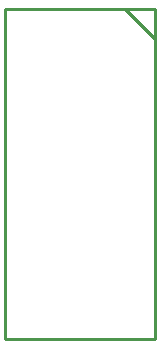
<source format=gbo>
G04*
G04 #@! TF.GenerationSoftware,Altium Limited,Altium Designer,24.2.2 (26)*
G04*
G04 Layer_Color=32896*
%FSLAX44Y44*%
%MOMM*%
G71*
G04*
G04 #@! TF.SameCoordinates,32683A2E-CEC5-46B4-BDA2-C12D6267EED3*
G04*
G04*
G04 #@! TF.FilePolarity,Positive*
G04*
G01*
G75*
%ADD13C,0.2540*%
D13*
X38100Y139700D02*
X63500Y114300D01*
X-63500Y139700D02*
X63500D01*
X-63500Y-139700D02*
Y139700D01*
Y-139700D02*
X63500D01*
Y139700D01*
M02*

</source>
